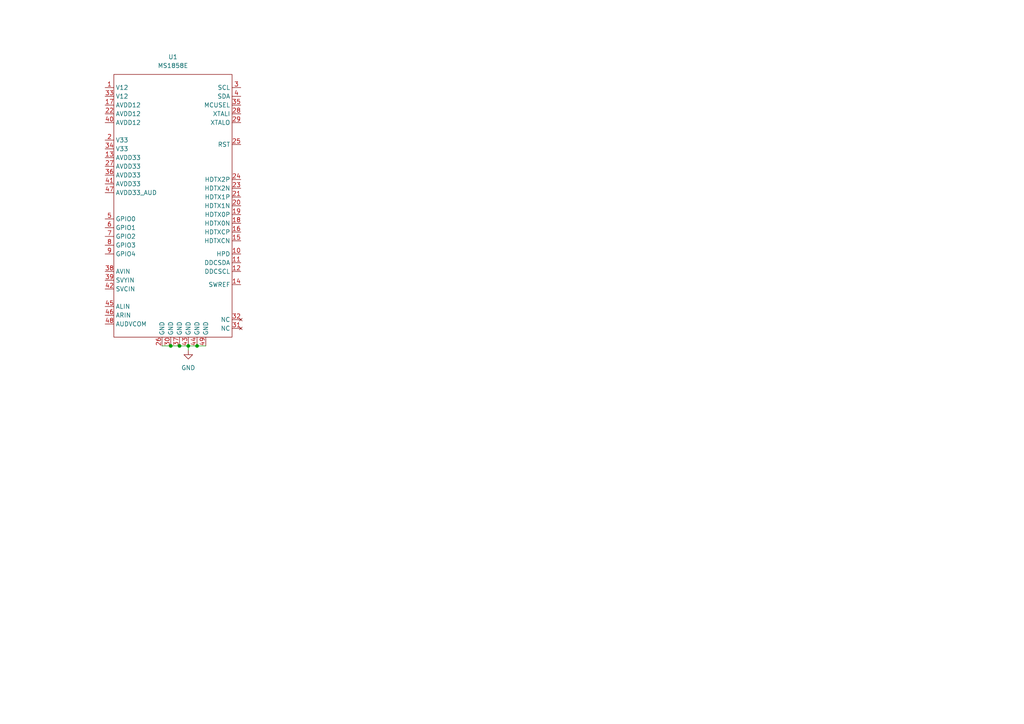
<source format=kicad_sch>
(kicad_sch (version 20250114) (generator "eeschema") (generator_version "9.0")
  (paper "A4")
  (lib_symbols
    (symbol "MS1858E:MS1858E"
      (property "Reference" "U" (at 0 0 0))
      (symbol "MS1858E_1_1"
        (rectangle (start -16.51 43.18) (end 17.78 -33.02))
        (pin input line (at -19.05 39.37 0) (length 2.54) (name "V12") (number "1"))
        (pin input line (at -19.05 36.83 0) (length 2.54) (name "V12") (number "33"))
        (pin input line (at -19.05 34.29 0) (length 2.54) (name "AVDD12") (number "17"))
        (pin input line (at -19.05 31.75 0) (length 2.54) (name "AVDD12") (number "22"))
        (pin input line (at -19.05 29.21 0) (length 2.54) (name "AVDD12") (number "40"))
        (pin input line (at -19.05 24.13 0) (length 2.54) (name "V33") (number "2"))
        (pin input line (at -19.05 21.59 0) (length 2.54) (name "V33") (number "34"))
        (pin input line (at -19.05 19.05 0) (length 2.54) (name "AVDD33") (number "13"))
        (pin input line (at -19.05 16.51 0) (length 2.54) (name "AVDD33") (number "27"))
        (pin input line (at -19.05 13.97 0) (length 2.54) (name "AVDD33") (number "36"))
        (pin input line (at -19.05 11.43 0) (length 2.54) (name "AVDD33") (number "41"))
        (pin input line (at -19.05 8.89 0) (length 2.54) (name "AVDD33_AUD") (number "47"))
        (pin input line (at -19.05 1.27 0) (length 2.54) (name "GPIO0") (number "5"))
        (pin input line (at -19.05 -1.27 0) (length 2.54) (name "GPIO1") (number "6"))
        (pin input line (at -19.05 -3.81 0) (length 2.54) (name "GPIO2") (number "7"))
        (pin input line (at -19.05 -6.35 0) (length 2.54) (name "GPIO3") (number "8"))
        (pin input line (at -19.05 -8.89 0) (length 2.54) (name "GPIO4") (number "9"))
        (pin input line (at -19.05 -13.97 0) (length 2.54) (name "AVIN") (number "38"))
        (pin input line (at -19.05 -16.51 0) (length 2.54) (name "SVYIN") (number "39"))
        (pin input line (at -19.05 -19.05 0) (length 2.54) (name "SVCIN") (number "42"))
        (pin input line (at -19.05 -24.13 0) (length 2.54) (name "ALIN") (number "45"))
        (pin input line (at -19.05 -26.67 0) (length 2.54) (name "ARIN") (number "46"))
        (pin input line (at -19.05 -29.21 0) (length 2.54) (name "AUDVCOM") (number "48"))
        (pin input line (at -2.54 -35.56 90) (length 2.54) (name "GND") (number "26"))
        (pin input line (at 0 -35.56 90) (length 2.54) (name "GND") (number "30"))
        (pin input line (at 2.54 -35.56 90) (length 2.54) (name "GND") (number "37"))
        (pin input line (at 5.08 -35.56 90) (length 2.54) (name "GND") (number "43"))
        (pin input line (at 7.62 -35.56 90) (length 2.54) (name "GND") (number "44"))
        (pin input line (at 10.16 -35.56 90) (length 2.54) (name "GND") (number "49"))
        (pin input line (at 20.32 39.37 180) (length 2.54) (name "SCL") (number "3"))
        (pin input line (at 20.32 36.83 180) (length 2.54) (name "SDA") (number "4"))
        (pin input line (at 20.32 34.29 180) (length 2.54) (name "MCUSEL") (number "35"))
        (pin input line (at 20.32 31.75 180) (length 2.54) (name "XTALI") (number "28"))
        (pin input line (at 20.32 29.21 180) (length 2.54) (name "XTALO") (number "29"))
        (pin input line (at 20.32 22.86 180) (length 2.54) (name "RST") (number "25"))
        (pin input line (at 20.32 12.7 180) (length 2.54) (name "HDTX2P") (number "24"))
        (pin input line (at 20.32 10.16 180) (length 2.54) (name "HDTX2N") (number "23"))
        (pin input line (at 20.32 7.62 180) (length 2.54) (name "HDTX1P") (number "21"))
        (pin input line (at 20.32 5.08 180) (length 2.54) (name "HDTX1N") (number "20"))
        (pin input line (at 20.32 2.54 180) (length 2.54) (name "HDTX0P") (number "19"))
        (pin input line (at 20.32 0 180) (length 2.54) (name "HDTX0N") (number "18"))
        (pin input line (at 20.32 -2.54 180) (length 2.54) (name "HDTXCP") (number "16"))
        (pin input line (at 20.32 -5.08 180) (length 2.54) (name "HDTXCN") (number "15"))
        (pin input line (at 20.32 -8.89 180) (length 2.54) (name "HPD") (number "10"))
        (pin input line (at 20.32 -11.43 180) (length 2.54) (name "DDCSDA") (number "11"))
        (pin input line (at 20.32 -13.97 180) (length 2.54) (name "DDCSCL") (number "12"))
        (pin input line (at 20.32 -17.78 180) (length 2.54) (name "SWREF") (number "14"))
        (pin no_connect line (at 20.32 -27.94 180) (length 2.54) (name "NC") (number "32"))
        (pin no_connect line (at 20.32 -30.48 180) (length 2.54) (name "NC") (number "31"))
      )
    )
    (symbol "power:GND" (power) (pin_numbers (hide yes)) (pin_names (offset 0) (hide yes))
      (property "Value" "GND" (at 0 -3.81 0))
      (symbol "GND_0_1"
        (polyline (pts (xy 0 0) (xy 0 -1.27) (xy 1.27 -1.27) (xy 0 -2.54) (xy -1.27 -1.27) (xy 0 -1.27)))
      )
      (symbol "GND_1_1"
        (pin power_in line (at 0 0 270) (length 0) (name "~") (number "1"))
      )
    )
  )
  (junction (at 49.53 100.33))
  (junction (at 52.07 100.33))
  (junction (at 54.61 100.33))
  (junction (at 57.15 100.33))
  (wire (pts (xy 57.15 100.33) (xy 59.69 100.33)))
  (wire (pts (xy 49.53 100.33) (xy 52.07 100.33)))
  (wire (pts (xy 46.99 100.33) (xy 49.53 100.33)))
  (wire (pts (xy 54.61 100.33) (xy 54.61 101.6)))
  (wire (pts (xy 54.61 100.33) (xy 57.15 100.33)))
  (wire (pts (xy 52.07 100.33) (xy 54.61 100.33)))
  (symbol (lib_id "power:GND") (at 54.61 101.6 0) (unit 1)
    (property "Reference" "#PWR01" (effects (hide yes)))
    (property "Value" "GND" (at 54.61 106.68 0))
    (property "Description" "Power symbol creates a global label with name \"GND\" , ground" (effects (hide yes)))
  )
  (symbol (lib_id "MS1858E:MS1858E") (at 49.53 64.77 0) (unit 1)
    (property "Reference" "U1" (at 50.165 16.51 0))
    (property "Value" "MS1858E" (at 50.165 19.05 0))
  )
)
</source>
